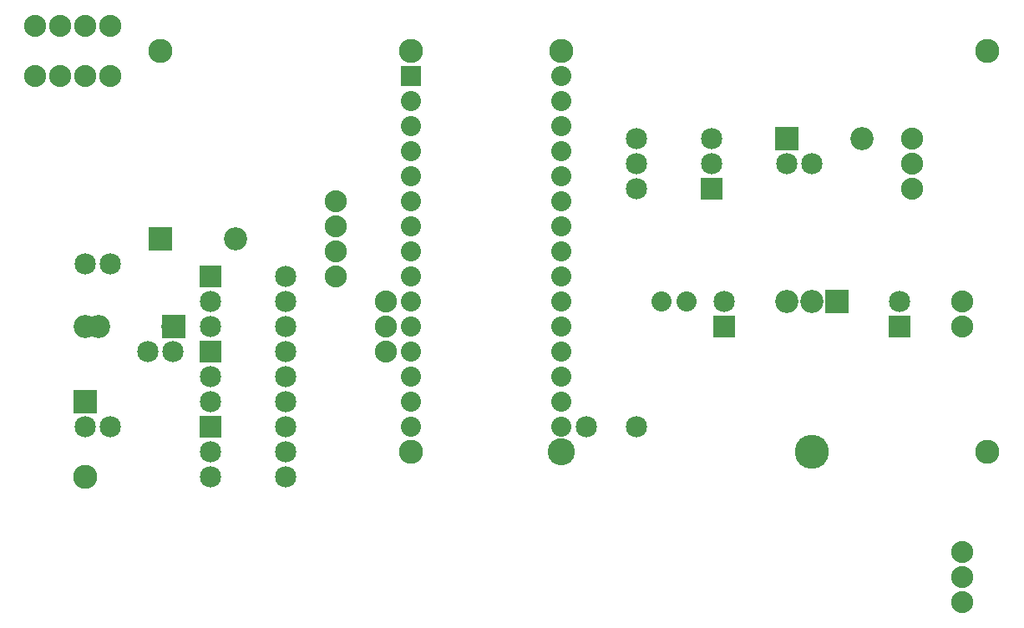
<source format=gbs>
G04 MADE WITH FRITZING*
G04 WWW.FRITZING.ORG*
G04 DOUBLE SIDED*
G04 HOLES PLATED*
G04 CONTOUR ON CENTER OF CONTOUR VECTOR*
%ASAXBY*%
%FSLAX23Y23*%
%MOIN*%
%OFA0B0*%
%SFA1.0B1.0*%
%ADD10C,0.085000*%
%ADD11C,0.088000*%
%ADD12C,0.135984*%
%ADD13C,0.096614*%
%ADD14C,0.092000*%
%ADD15C,0.108425*%
%ADD16C,0.080000*%
%ADD17R,0.092000X0.092000*%
%ADD18R,0.079972X0.080000*%
%ADD19R,0.085000X0.085000*%
%LNMASK0*%
G90*
G70*
G54D10*
X2270Y823D03*
X2470Y823D03*
G54D11*
X3770Y323D03*
X3770Y223D03*
X3770Y123D03*
G54D12*
X3170Y723D03*
G54D13*
X3870Y723D03*
X3870Y2323D03*
X570Y2323D03*
X270Y623D03*
G54D14*
X3270Y1323D03*
X3170Y1323D03*
X3070Y1323D03*
G54D13*
X2170Y2323D03*
X1570Y2323D03*
X1570Y723D03*
G54D15*
X2170Y723D03*
G54D16*
X1570Y2223D03*
X1570Y2123D03*
X1570Y2023D03*
X1570Y1923D03*
X1570Y1823D03*
X1570Y1723D03*
X1570Y1623D03*
X1570Y1523D03*
X1570Y1423D03*
X1570Y1323D03*
X1570Y1223D03*
X1570Y1123D03*
X1570Y1023D03*
X1570Y923D03*
X1570Y823D03*
X2170Y2223D03*
X2170Y2123D03*
X2170Y2023D03*
X2170Y1923D03*
X2170Y1823D03*
X2170Y1723D03*
X2170Y1623D03*
X2170Y1523D03*
X2170Y1423D03*
X2170Y1323D03*
X2170Y1223D03*
X2170Y1123D03*
X2170Y1023D03*
X2170Y923D03*
X2170Y823D03*
G54D11*
X1470Y1323D03*
X1470Y1223D03*
X1470Y1123D03*
X370Y2423D03*
X270Y2423D03*
X170Y2423D03*
X70Y2423D03*
X370Y2223D03*
X270Y2223D03*
X170Y2223D03*
X70Y2223D03*
X3770Y1223D03*
X3770Y1323D03*
X3570Y1973D03*
X3570Y1873D03*
X3570Y1773D03*
G54D10*
X3520Y1223D03*
X3520Y1323D03*
X2820Y1223D03*
X2820Y1323D03*
G54D16*
X2570Y1323D03*
X2670Y1323D03*
G54D10*
X770Y1123D03*
X1070Y1123D03*
X770Y1023D03*
X1070Y1023D03*
X770Y923D03*
X1070Y923D03*
X770Y1423D03*
X1070Y1423D03*
X770Y1323D03*
X1070Y1323D03*
X770Y1223D03*
X1070Y1223D03*
X770Y823D03*
X1070Y823D03*
X770Y723D03*
X1070Y723D03*
X770Y623D03*
X1070Y623D03*
X2770Y1773D03*
X2470Y1773D03*
X2770Y1873D03*
X2470Y1873D03*
X2770Y1973D03*
X2470Y1973D03*
X520Y1123D03*
X620Y1123D03*
X270Y1473D03*
X370Y1473D03*
X270Y823D03*
X370Y823D03*
X3170Y1873D03*
X3070Y1873D03*
G54D14*
X620Y1223D03*
X322Y1223D03*
X570Y1573D03*
X868Y1573D03*
X270Y923D03*
X270Y1221D03*
X3070Y1973D03*
X3368Y1973D03*
G54D11*
X1270Y1523D03*
X1270Y1423D03*
X1270Y1623D03*
X1270Y1723D03*
G54D17*
X3270Y1323D03*
G54D18*
X1570Y2223D03*
G54D19*
X3520Y1223D03*
X2820Y1223D03*
X770Y1123D03*
X770Y1423D03*
X770Y823D03*
X2770Y1773D03*
G54D17*
X621Y1223D03*
X569Y1573D03*
X270Y922D03*
X3069Y1973D03*
G04 End of Mask0*
M02*
</source>
